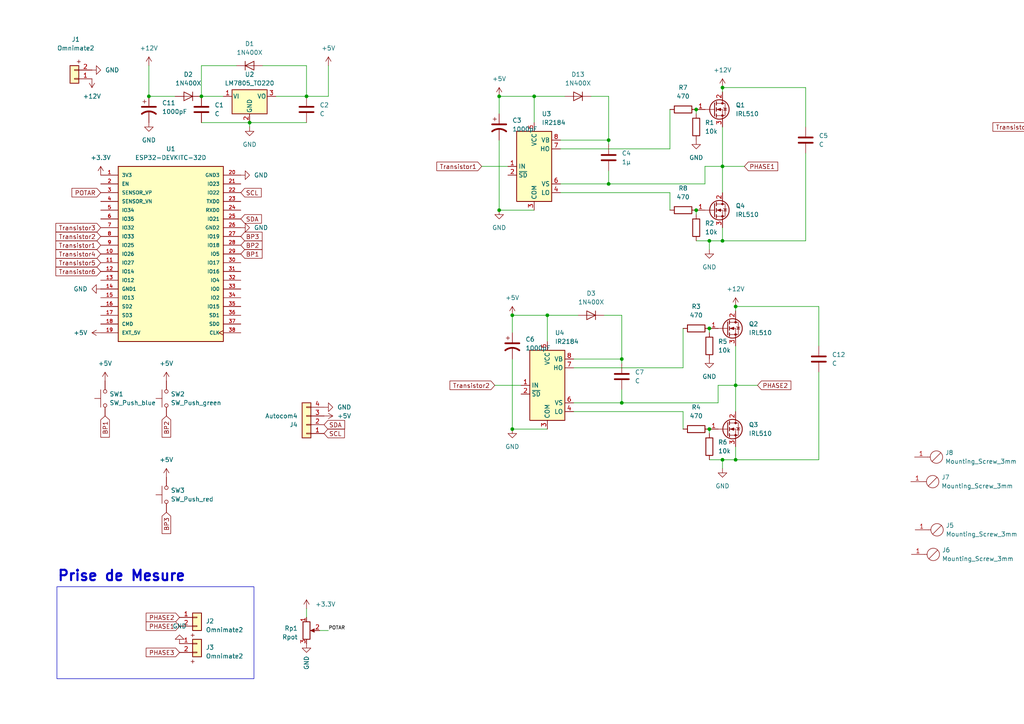
<source format=kicad_sch>
(kicad_sch (version 20230121) (generator eeschema)
  (paper "A4")
  (lib_symbols
    (symbol "Driver_FET:IR2184"
      (property "Reference" "U" (at 1.27 13.335 0))
      (property "Value" "IR2184" (at 1.27 11.43 0))
      (symbol "IR2184_0_1"
        (rectangle (start -5.08 -10.16) (end 5.08 10.16) (stroke (width 0.254)) (fill (type background)))
      )
      (symbol "IR2184_1_1"
        (pin input line (at -7.62 0 0) (length 2.54) (name "IN") (number "1"))
        (pin input line (at -7.62 -2.54 0) (length 2.54) (name "~{SD}") (number "2"))
        (pin power_in line (at 0 -12.7 90) (length 2.54) (name "COM") (number "3"))
        (pin output line (at 7.62 -7.62 180) (length 2.54) (name "LO") (number "4"))
        (pin power_in line (at 0 12.7 270) (length 2.54) (name "VCC") (number "5"))
        (pin passive line (at 7.62 -5.08 180) (length 2.54) (name "VS") (number "6"))
        (pin output line (at 7.62 5.08 180) (length 2.54) (name "HO") (number "7"))
        (pin passive line (at 7.62 7.62 180) (length 2.54) (name "VB") (number "8"))
      )
    )
    (symbol "ESP32-DEVKITC-32D:ESP32-DEVKITC-32D" (pin_names (offset 1.016))
      (property "Reference" "U" (at -15.2654 26.0604 0))
      (property "Value" "ESP32-DEVKITC-32D" (at -15.2654 -27.9654 0))
      (symbol "ESP32-DEVKITC-32D_0_0"
        (rectangle (start -15.24 -25.4) (end 15.24 25.4) (stroke (width 0.254)) (fill (type background)))
        (pin power_in line (at -20.32 22.86 0) (length 5.08) (name "3V3") (number "1"))
        (pin bidirectional line (at -20.32 0 0) (length 5.08) (name "IO26") (number "10"))
        (pin bidirectional line (at -20.32 -2.54 0) (length 5.08) (name "IO27") (number "11"))
        (pin bidirectional line (at -20.32 -5.08 0) (length 5.08) (name "IO14") (number "12"))
        (pin bidirectional line (at -20.32 -7.62 0) (length 5.08) (name "IO12") (number "13"))
        (pin power_in line (at -20.32 -10.16 0) (length 5.08) (name "GND1") (number "14"))
        (pin bidirectional line (at -20.32 -12.7 0) (length 5.08) (name "IO13") (number "15"))
        (pin bidirectional line (at -20.32 -15.24 0) (length 5.08) (name "SD2") (number "16"))
        (pin bidirectional line (at -20.32 -17.78 0) (length 5.08) (name "SD3") (number "17"))
        (pin bidirectional line (at -20.32 -20.32 0) (length 5.08) (name "CMD") (number "18"))
        (pin power_in line (at -20.32 -22.86 0) (length 5.08) (name "EXT_5V") (number "19"))
        (pin input line (at -20.32 20.32 0) (length 5.08) (name "EN") (number "2"))
        (pin power_in line (at 20.32 22.86 180) (length 5.08) (name "GND3") (number "20"))
        (pin bidirectional line (at 20.32 20.32 180) (length 5.08) (name "IO23") (number "21"))
        (pin bidirectional line (at 20.32 17.78 180) (length 5.08) (name "IO22") (number "22"))
        (pin output line (at 20.32 15.24 180) (length 5.08) (name "TXD0") (number "23"))
        (pin input line (at 20.32 12.7 180) (length 5.08) (name "RXD0") (number "24"))
        (pin bidirectional line (at 20.32 10.16 180) (length 5.08) (name "IO21") (number "25"))
        (pin power_in line (at 20.32 7.62 180) (length 5.08) (name "GND2") (number "26"))
        (pin bidirectional line (at 20.32 5.08 180) (length 5.08) (name "IO19") (number "27"))
        (pin bidirectional line (at 20.32 2.54 180) (length 5.08) (name "IO18") (number "28"))
        (pin bidirectional line (at 20.32 0 180) (length 5.08) (name "IO5") (number "29"))
        (pin input line (at -20.32 17.78 0) (length 5.08) (name "SENSOR_VP") (number "3"))
        (pin bidirectional line (at 20.32 -2.54 180) (length 5.08) (name "IO17") (number "30"))
        (pin bidirectional line (at 20.32 -5.08 180) (length 5.08) (name "IO16") (number "31"))
        (pin bidirectional line (at 20.32 -7.62 180) (length 5.08) (name "IO4") (number "32"))
        (pin bidirectional line (at 20.32 -10.16 180) (length 5.08) (name "IO0") (number "33"))
        (pin bidirectional line (at 20.32 -12.7 180) (length 5.08) (name "IO2") (number "34"))
        (pin bidirectional line (at 20.32 -15.24 180) (length 5.08) (name "IO15") (number "35"))
        (pin bidirectional line (at 20.32 -17.78 180) (length 5.08) (name "SD1") (number "36"))
        (pin bidirectional line (at 20.32 -20.32 180) (length 5.08) (name "SD0") (number "37"))
        (pin input clock (at 20.32 -22.86 180) (length 5.08) (name "CLK") (number "38"))
        (pin input line (at -20.32 15.24 0) (length 5.08) (name "SENSOR_VN") (number "4"))
        (pin bidirectional line (at -20.32 12.7 0) (length 5.08) (name "IO34") (number "5"))
        (pin bidirectional line (at -20.32 10.16 0) (length 5.08) (name "IO35") (number "6"))
        (pin bidirectional line (at -20.32 7.62 0) (length 5.08) (name "IO32") (number "7"))
        (pin bidirectional line (at -20.32 5.08 0) (length 5.08) (name "IO33") (number "8"))
        (pin bidirectional line (at -20.32 2.54 0) (length 5.08) (name "IO25") (number "9"))
      )
    )
    (symbol "SymbGamelGe2_v6:1N400X" (pin_numbers hide) (pin_names (offset 1.016) hide)
      (property "Reference" "D" (at 0 2.54 0))
      (property "Value" "1N400X" (at 0 -2.54 0))
      (symbol "1N400X_0_1"
        (polyline (pts (xy -1.27 1.27) (xy -1.27 -1.27)) (stroke (width 0.2032)))
        (polyline (pts (xy 1.27 0) (xy -1.27 0)))
        (polyline (pts (xy 1.27 1.27) (xy 1.27 -1.27) (xy -1.27 0) (xy 1.27 1.27)) (stroke (width 0.2032)))
      )
      (symbol "1N400X_1_1"
        (pin passive line (at -3.81 0 0) (length 2.54) (name "K") (number "1"))
        (pin passive line (at 3.81 0 180) (length 2.54) (name "A") (number "2"))
      )
    )
    (symbol "SymbGamelGe2_v6:Autocom4" (pin_names (offset 1.016) hide)
      (property "Reference" "J" (at 0 5.08 0))
      (property "Value" "Autocom4" (at 0 -7.62 0))
      (symbol "Autocom4_1_1"
        (rectangle (start -1.27 -4.953) (end 0 -5.207) (stroke (width 0.1524)))
        (rectangle (start -1.27 -2.413) (end 0 -2.667) (stroke (width 0.1524)))
        (rectangle (start -1.27 0.127) (end 0 -0.127) (stroke (width 0.1524)))
        (rectangle (start -1.27 2.667) (end 0 2.413) (stroke (width 0.1524)))
        (rectangle (start -1.27 3.81) (end 1.27 -6.35) (stroke (width 0.254)) (fill (type background)))
        (pin passive line (at -5.08 2.54 0) (length 3.81) (name "Pin_1") (number "1"))
        (pin passive line (at -5.08 0 0) (length 3.81) (name "Pin_2") (number "2"))
        (pin passive line (at -5.08 -2.54 0) (length 3.81) (name "Pin_3") (number "3"))
        (pin passive line (at -5.08 -5.08 0) (length 3.81) (name "Pin_4") (number "4"))
      )
    )
    (symbol "SymbGamelGe2_v6:C" (pin_numbers hide) (pin_names (offset 0.254))
      (property "Reference" "C" (at 0.635 2.54 0))
      (property "Value" "C" (at 0.635 -2.54 0))
      (symbol "C_0_1"
        (polyline (pts (xy -2.032 -0.762) (xy 2.032 -0.762)) (stroke (width 0.508)))
        (polyline (pts (xy -2.032 0.762) (xy 2.032 0.762)) (stroke (width 0.508)))
      )
      (symbol "C_1_1"
        (pin passive line (at 0 3.81 270) (length 2.794) (name "~") (number "1"))
        (pin passive line (at 0 -3.81 90) (length 2.794) (name "~") (number "2"))
      )
    )
    (symbol "SymbGamelGe2_v6:Cp" (pin_numbers hide) (pin_names (offset 0.254) hide)
      (property "Reference" "C" (at 0.635 2.54 0))
      (property "Value" "Cp" (at 0.635 -2.54 0))
      (symbol "Cp_0_1"
        (polyline (pts (xy -2.032 0.762) (xy 2.032 0.762)) (stroke (width 0.508)))
        (polyline (pts (xy -1.778 2.286) (xy -0.762 2.286)))
        (polyline (pts (xy -1.27 1.778) (xy -1.27 2.794)))
        (arc (start 2.032 -1.27) (mid 0 -0.5572) (end -2.032 -1.27) (stroke (width 0.508)))
      )
      (symbol "Cp_1_1"
        (pin passive line (at 0 3.81 270) (length 2.794) (name "~") (number "1"))
        (pin passive line (at 0 -3.81 90) (length 3.302) (name "~") (number "2"))
      )
    )
    (symbol "SymbGamelGe2_v6:IRL510" (pin_names (offset 0) hide)
      (property "Reference" "Q" (at 6.35 1.905 0))
      (property "Value" "IRL510" (at 6.35 0 0))
      (symbol "IRL510_0_1"
        (polyline (pts (xy 0.254 0) (xy -2.54 0)))
        (polyline (pts (xy 0.762 -1.778) (xy 2.54 -1.778)))
        (polyline (pts (xy 0.762 -1.27) (xy 0.762 -2.286)) (stroke (width 0.254)))
        (polyline (pts (xy 0.762 0) (xy 2.54 0)))
        (polyline (pts (xy 0.762 0.508) (xy 0.762 -0.508)) (stroke (width 0.254)))
        (polyline (pts (xy 0.762 1.778) (xy 2.54 1.778)))
        (polyline (pts (xy 0.762 2.286) (xy 0.762 1.27)) (stroke (width 0.254)))
        (polyline (pts (xy 2.54 -1.778) (xy 2.54 -2.54)))
        (polyline (pts (xy 2.54 -1.778) (xy 2.54 0)))
        (polyline (pts (xy 2.54 2.54) (xy 2.54 1.778)))
        (polyline (pts (xy 0.254 1.905) (xy 0.254 -1.905) (xy 0.254 -1.905)) (stroke (width 0.254)))
        (polyline (pts (xy 1.016 0) (xy 2.032 0.381) (xy 2.032 -0.381) (xy 1.016 0)) (fill (type outline)))
        (polyline (pts (xy 2.54 -1.778) (xy 3.302 -1.778) (xy 3.302 1.778) (xy 2.54 1.778)))
        (polyline (pts (xy 2.794 0.508) (xy 2.921 0.381) (xy 3.683 0.381) (xy 3.81 0.254)))
        (polyline (pts (xy 3.302 0.381) (xy 2.921 -0.254) (xy 3.683 -0.254) (xy 3.302 0.381)))
        (circle (center 1.651 0) (radius 2.8194) (stroke (width 0.254)))
        (circle (center 2.54 -1.778) (radius 0.2794) (fill (type outline)))
        (circle (center 2.54 1.778) (radius 0.2794) (fill (type outline)))
      )
      (symbol "IRL510_1_1"
        (pin input line (at -5.08 0 0) (length 2.54) (name "G") (number "1"))
        (pin passive line (at 2.54 5.08 270) (length 2.54) (name "D") (number "2"))
        (pin passive line (at 2.54 -5.08 90) (length 2.54) (name "S") (number "3"))
      )
    )
    (symbol "SymbGamelGe2_v6:LM7805_TO220" (pin_names (offset 0.254))
      (property "Reference" "U" (at -3.81 3.175 0))
      (property "Value" "LM7805_TO220" (at 0 3.175 0))
      (symbol "LM7805_TO220_0_1"
        (rectangle (start -5.08 1.905) (end 5.08 -5.08) (stroke (width 0.254)) (fill (type background)))
      )
      (symbol "LM7805_TO220_1_1"
        (pin power_in line (at -7.62 0 0) (length 2.54) (name "VI") (number "1"))
        (pin power_in line (at 0 -7.62 90) (length 2.54) (name "GND") (number "2"))
        (pin power_out line (at 7.62 0 180) (length 2.54) (name "VO") (number "3"))
      )
    )
    (symbol "SymbGamelGe2_v6:Mounting_Screw_3mm" (pin_names (offset 1.016) hide)
      (property "Reference" "J" (at 0 2.54 0))
      (property "Value" "Mounting_Screw_3mm" (at 1.27 -2.54 0))
      (symbol "Mounting_Screw_3mm_0_1"
        (polyline (pts (xy 0 -1.27) (xy 2.54 1.27)))
        (circle (center 1.27 0) (radius 1.8034))
      )
      (symbol "Mounting_Screw_3mm_1_1"
        (polyline (pts (xy -1.27 0) (xy -0.508 0)) (stroke (width 0.1524)))
        (pin passive line (at -5.08 0 0) (length 3.81) (name "Pin_1") (number "1"))
      )
    )
    (symbol "SymbGamelGe2_v6:Omnimate2" (pin_names (offset 1.016) hide)
      (property "Reference" "J" (at -1.27 2.54 0))
      (property "Value" "Omnimate2" (at 0 -5.08 0))
      (symbol "Omnimate2_0_0"
        (text "+" (at 1.27 2.54 0) (effects (font (size 1.27 1.27))))
      )
      (symbol "Omnimate2_1_1"
        (rectangle (start -1.27 1.27) (end 1.27 -3.81) (stroke (width 0.254)) (fill (type background)))
        (rectangle (start 0 -2.413) (end 1.27 -2.667) (stroke (width 0.1524)))
        (rectangle (start 0 0.127) (end 1.27 -0.127) (stroke (width 0.1524)))
        (pin passive line (at 5.08 -2.54 180) (length 3.81) (name "Pin_1") (number "1"))
        (pin passive line (at 5.08 0 180) (length 3.81) (name "Pin_2") (number "2"))
      )
    )
    (symbol "SymbGamelGe2_v6:R" (pin_numbers hide) (pin_names (offset 0))
      (property "Reference" "R" (at 2.032 0 90))
      (property "Value" "R" (at 0 0 90))
      (symbol "R_0_1"
        (rectangle (start -1.016 -2.54) (end 1.016 2.54) (stroke (width 0.254)))
      )
      (symbol "R_1_1"
        (pin passive line (at 0 3.81 270) (length 1.27) (name "~") (number "1"))
        (pin passive line (at 0 -3.81 90) (length 1.27) (name "~") (number "2"))
      )
    )
    (symbol "SymbGamelGe2_v6:Rpot" (pin_names (offset 1.016) hide)
      (property "Reference" "Rp" (at -4.445 0 90))
      (property "Value" "Rpot" (at -2.54 0 90))
      (symbol "Rpot_0_1"
        (polyline (pts (xy 2.54 0) (xy 1.524 0)))
        (polyline (pts (xy 1.143 0) (xy 2.286 0.508) (xy 2.286 -0.508) (xy 1.143 0)) (fill (type outline)))
        (rectangle (start 1.016 2.54) (end -1.016 -2.54) (stroke (width 0.254)))
      )
      (symbol "Rpot_1_1"
        (pin passive line (at 0 3.81 270) (length 1.27) (name "1") (number "1"))
        (pin passive line (at 3.81 0 180) (length 1.27) (name "2") (number "2"))
        (pin passive line (at 0 -3.81 90) (length 1.27) (name "3") (number "3"))
      )
    )
    (symbol "SymbGamelGe2_v6:SW_Push_blue" (pin_numbers hide) (pin_names (offset 1.016) hide)
      (property "Reference" "SW" (at 1.27 2.54 0))
      (property "Value" "SW_Push_blue" (at 0 -1.524 0))
      (symbol "SW_Push_blue_0_1"
        (circle (center -2.032 0) (radius 0.508))
        (polyline (pts (xy 0 1.27) (xy 0 3.048)))
        (polyline (pts (xy 2.54 1.27) (xy -2.54 1.27)))
        (circle (center 2.032 0) (radius 0.508))
        (pin passive line (at -5.08 0 0) (length 2.54) (name "1") (number "1"))
        (pin passive line (at 5.08 0 180) (length 2.54) (name "2") (number "2"))
      )
    )
    (symbol "SymbGamelGe2_v6:SW_Push_green" (pin_numbers hide) (pin_names (offset 1.016) hide)
      (property "Reference" "SW" (at 1.27 2.54 0))
      (property "Value" "SW_Push_green" (at 0 -1.524 0))
      (symbol "SW_Push_green_0_1"
        (circle (center -2.032 0) (radius 0.508))
        (polyline (pts (xy 0 1.27) (xy 0 3.048)))
        (polyline (pts (xy 2.54 1.27) (xy -2.54 1.27)))
        (circle (center 2.032 0) (radius 0.508))
        (pin passive line (at -5.08 0 0) (length 2.54) (name "1") (number "1"))
        (pin passive line (at 5.08 0 180) (length 2.54) (name "2") (number "2"))
      )
    )
    (symbol "SymbGamelGe2_v6:SW_Push_red" (pin_numbers hide) (pin_names (offset 1.016) hide)
      (property "Reference" "SW" (at 1.27 2.54 0))
      (property "Value" "SW_Push_red" (at 0 -1.524 0))
      (symbol "SW_Push_red_0_1"
        (circle (center -2.032 0) (radius 0.508))
        (polyline (pts (xy 0 1.27) (xy 0 3.048)))
        (polyline (pts (xy 2.54 1.27) (xy -2.54 1.27)))
        (circle (center 2.032 0) (radius 0.508))
        (pin passive line (at -5.08 0 0) (length 2.54) (name "1") (number "1"))
        (pin passive line (at 5.08 0 180) (length 2.54) (name "2") (number "2"))
      )
    )
    (symbol "power:+12V" (power) (pin_names (offset 0))
      (property "Value" "+12V" (at 0 3.556 0))
      (symbol "+12V_0_1"
        (polyline (pts (xy -0.762 1.27) (xy 0 2.54)))
        (polyline (pts (xy 0 0) (xy 0 2.54)))
        (polyline (pts (xy 0 2.54) (xy 0.762 1.27)))
      )
      (symbol "+12V_1_1"
        (pin power_in line (at 0 0 90) (length 0) hide (name "+12V") (number "1"))
      )
    )
    (symbol "power:+3.3V" (power) (pin_names (offset 0))
      (property "Value" "+3.3V" (at 0 3.556 0))
      (symbol "+3.3V_0_1"
        (polyline (pts (xy -0.762 1.27) (xy 0 2.54)))
        (polyline (pts (xy 0 0) (xy 0 2.54)))
        (polyline (pts (xy 0 2.54) (xy 0.762 1.27)))
      )
      (symbol "+3.3V_1_1"
        (pin power_in line (at 0 0 90) (length 0) hide (name "+3.3V") (number "1"))
      )
    )
    (symbol "power:+5V" (power) (pin_names (offset 0))
      (property "Value" "+5V" (at 0 3.556 0))
      (symbol "+5V_0_1"
        (polyline (pts (xy -0.762 1.27) (xy 0 2.54)))
        (polyline (pts (xy 0 0) (xy 0 2.54)))
        (polyline (pts (xy 0 2.54) (xy 0.762 1.27)))
      )
      (symbol "+5V_1_1"
        (pin power_in line (at 0 0 90) (length 0) hide (name "+5V") (number "1"))
      )
    )
    (symbol "power:GND" (power) (pin_names (offset 0))
      (property "Value" "GND" (at 0 -3.81 0))
      (symbol "GND_0_1"
        (polyline (pts (xy 0 0) (xy 0 -1.27) (xy 1.27 -1.27) (xy 0 -2.54) (xy -1.27 -1.27) (xy 0 -1.27)))
      )
      (symbol "GND_1_1"
        (pin power_in line (at 0 0 270) (length 0) hide (name "GND") (number "1"))
      )
    )
  )
  (junction (at 205.74 95.25))
  (junction (at 205.74 124.46))
  (junction (at 370.84 13.97))
  (junction (at 337.82 29.21))
  (junction (at 213.36 111.76))
  (junction (at 205.74 69.85))
  (junction (at 180.34 104.14))
  (junction (at 209.55 48.26))
  (junction (at 201.93 60.96))
  (junction (at 306.07 49.53))
  (junction (at 158.75 91.44))
  (junction (at 148.59 124.46))
  (junction (at 337.82 41.91))
  (junction (at 58.42 27.94))
  (junction (at 88.9 27.94))
  (junction (at 209.55 133.35))
  (junction (at 144.78 60.96))
  (junction (at 176.53 40.64))
  (junction (at 367.03 58.42))
  (junction (at 144.78 27.94))
  (junction (at 209.55 25.4))
  (junction (at 370.84 58.42))
  (junction (at 154.94 27.94))
  (junction (at 72.39 35.56))
  (junction (at 363.22 20.32))
  (junction (at 209.55 69.85))
  (junction (at 176.53 53.34))
  (junction (at 201.93 31.75))
  (junction (at 363.22 49.53))
  (junction (at 180.34 116.84))
  (junction (at 316.23 16.51))
  (junction (at 43.18 27.94))
  (junction (at 213.36 133.35))
  (junction (at 306.07 16.51))
  (junction (at 148.59 91.44))
  (junction (at 370.84 36.83))
  (junction (at 213.36 88.9))
  (wire (pts (xy 365.76 41.91) (xy 365.76 36.83)))
  (wire (pts (xy 176.53 27.94) (xy 176.53 40.64)))
  (wire (pts (xy 370.84 25.4) (xy 370.84 36.83)))
  (wire (pts (xy 337.82 41.91) (xy 365.76 41.91)))
  (wire (pts (xy 148.59 104.14) (xy 148.59 124.46)))
  (wire (pts (xy 370.84 13.97) (xy 370.84 15.24)))
  (wire (pts (xy 325.12 16.51) (xy 316.23 16.51)))
  (wire (pts (xy 180.34 113.03) (xy 180.34 116.84)))
  (wire (pts (xy 213.36 111.76) (xy 219.71 111.76)))
  (wire (pts (xy 171.45 27.94) (xy 176.53 27.94)))
  (wire (pts (xy 370.84 36.83) (xy 378.46 36.83)))
  (wire (pts (xy 175.26 91.44) (xy 180.34 91.44)))
  (wire (pts (xy 180.34 116.84) (xy 208.28 116.84)))
  (wire (pts (xy 180.34 116.84) (xy 166.37 116.84)))
  (wire (pts (xy 306.07 16.51) (xy 316.23 16.51)))
  (wire (pts (xy 367.03 58.42) (xy 370.84 58.42)))
  (wire (pts (xy 88.9 27.94) (xy 95.25 27.94)))
  (wire (pts (xy 148.59 91.44) (xy 158.75 91.44)))
  (wire (pts (xy 205.74 96.52) (xy 205.74 95.25)))
  (wire (pts (xy 323.85 29.21) (xy 337.82 29.21)))
  (wire (pts (xy 394.97 25.4) (xy 394.97 13.97)))
  (wire (pts (xy 306.07 29.21) (xy 306.07 49.53)))
  (wire (pts (xy 316.23 24.13) (xy 316.23 16.51)))
  (wire (pts (xy 162.56 55.88) (xy 194.31 55.88)))
  (wire (pts (xy 209.55 48.26) (xy 215.9 48.26)))
  (wire (pts (xy 209.55 25.4) (xy 209.55 26.67)))
  (wire (pts (xy 180.34 91.44) (xy 180.34 104.14)))
  (wire (pts (xy 337.82 41.91) (xy 323.85 41.91)))
  (wire (pts (xy 68.58 19.05) (xy 58.42 19.05)))
  (wire (pts (xy 237.49 107.95) (xy 237.49 133.35)))
  (wire (pts (xy 233.68 36.83) (xy 233.68 25.4)))
  (wire (pts (xy 355.6 44.45) (xy 355.6 49.53)))
  (wire (pts (xy 139.7 48.26) (xy 147.32 48.26)))
  (wire (pts (xy 201.93 62.23) (xy 201.93 60.96)))
  (wire (pts (xy 213.36 88.9) (xy 213.36 90.17)))
  (wire (pts (xy 323.85 31.75) (xy 355.6 31.75)))
  (wire (pts (xy 176.53 53.34) (xy 162.56 53.34)))
  (wire (pts (xy 167.64 91.44) (xy 158.75 91.44)))
  (wire (pts (xy 163.83 27.94) (xy 154.94 27.94)))
  (wire (pts (xy 76.2 19.05) (xy 88.9 19.05)))
  (wire (pts (xy 58.42 35.56) (xy 72.39 35.56)))
  (wire (pts (xy 205.74 72.39) (xy 205.74 69.85)))
  (wire (pts (xy 394.97 33.02) (xy 394.97 58.42)))
  (wire (pts (xy 370.84 58.42) (xy 370.84 54.61)))
  (wire (pts (xy 58.42 19.05) (xy 58.42 27.94)))
  (wire (pts (xy 43.18 19.05) (xy 43.18 27.94)))
  (wire (pts (xy 209.55 48.26) (xy 209.55 55.88)))
  (wire (pts (xy 237.49 88.9) (xy 213.36 88.9)))
  (wire (pts (xy 209.55 69.85) (xy 209.55 66.04)))
  (wire (pts (xy 205.74 125.73) (xy 205.74 124.46)))
  (wire (pts (xy 58.42 27.94) (xy 64.77 27.94)))
  (wire (pts (xy 367.03 60.96) (xy 367.03 58.42)))
  (wire (pts (xy 176.53 40.64) (xy 176.53 41.91)))
  (wire (pts (xy 300.99 36.83) (xy 308.61 36.83)))
  (wire (pts (xy 209.55 135.89) (xy 209.55 133.35)))
  (wire (pts (xy 88.9 176.53) (xy 88.9 179.07)))
  (wire (pts (xy 201.93 33.02) (xy 201.93 31.75)))
  (wire (pts (xy 176.53 49.53) (xy 176.53 53.34)))
  (wire (pts (xy 370.84 36.83) (xy 370.84 44.45)))
  (wire (pts (xy 208.28 116.84) (xy 208.28 111.76)))
  (wire (pts (xy 363.22 50.8) (xy 363.22 49.53)))
  (wire (pts (xy 154.94 35.56) (xy 154.94 27.94)))
  (wire (pts (xy 306.07 49.53) (xy 316.23 49.53)))
  (wire (pts (xy 204.47 48.26) (xy 209.55 48.26)))
  (wire (pts (xy 88.9 27.94) (xy 80.01 27.94)))
  (wire (pts (xy 166.37 119.38) (xy 198.12 119.38)))
  (wire (pts (xy 337.82 38.1) (xy 337.82 41.91)))
  (wire (pts (xy 355.6 31.75) (xy 355.6 20.32)))
  (wire (pts (xy 213.36 111.76) (xy 213.36 119.38)))
  (wire (pts (xy 337.82 29.21) (xy 337.82 30.48)))
  (wire (pts (xy 72.39 35.56) (xy 88.9 35.56)))
  (wire (pts (xy 144.78 40.64) (xy 144.78 60.96)))
  (wire (pts (xy 198.12 119.38) (xy 198.12 124.46)))
  (wire (pts (xy 208.28 111.76) (xy 213.36 111.76)))
  (wire (pts (xy 205.74 69.85) (xy 209.55 69.85)))
  (wire (pts (xy 176.53 53.34) (xy 204.47 53.34)))
  (wire (pts (xy 237.49 100.33) (xy 237.49 88.9)))
  (wire (pts (xy 332.74 16.51) (xy 337.82 16.51)))
  (wire (pts (xy 194.31 43.18) (xy 194.31 31.75)))
  (wire (pts (xy 213.36 133.35) (xy 213.36 129.54)))
  (wire (pts (xy 95.25 27.94) (xy 95.25 19.05)))
  (wire (pts (xy 209.55 133.35) (xy 213.36 133.35)))
  (wire (pts (xy 148.59 96.52) (xy 148.59 91.44)))
  (wire (pts (xy 144.78 33.02) (xy 144.78 27.94)))
  (wire (pts (xy 88.9 19.05) (xy 88.9 27.94)))
  (wire (pts (xy 323.85 44.45) (xy 355.6 44.45)))
  (wire (pts (xy 166.37 104.14) (xy 180.34 104.14)))
  (wire (pts (xy 198.12 106.68) (xy 198.12 95.25)))
  (wire (pts (xy 95.25 182.88) (xy 92.71 182.88)))
  (wire (pts (xy 162.56 43.18) (xy 194.31 43.18)))
  (wire (pts (xy 233.68 69.85) (xy 209.55 69.85)))
  (wire (pts (xy 233.68 25.4) (xy 209.55 25.4)))
  (wire (pts (xy 209.55 36.83) (xy 209.55 48.26)))
  (wire (pts (xy 143.51 111.76) (xy 151.13 111.76)))
  (wire (pts (xy 363.22 21.59) (xy 363.22 20.32)))
  (wire (pts (xy 43.18 27.94) (xy 50.8 27.94)))
  (wire (pts (xy 180.34 104.14) (xy 180.34 105.41)))
  (wire (pts (xy 72.39 36.83) (xy 72.39 35.56)))
  (wire (pts (xy 166.37 106.68) (xy 198.12 106.68)))
  (wire (pts (xy 365.76 36.83) (xy 370.84 36.83)))
  (wire (pts (xy 306.07 21.59) (xy 306.07 16.51)))
  (wire (pts (xy 148.59 124.46) (xy 158.75 124.46)))
  (wire (pts (xy 337.82 16.51) (xy 337.82 29.21)))
  (wire (pts (xy 237.49 133.35) (xy 213.36 133.35)))
  (wire (pts (xy 205.74 133.35) (xy 209.55 133.35)))
  (wire (pts (xy 158.75 99.06) (xy 158.75 91.44)))
  (wire (pts (xy 233.68 44.45) (xy 233.68 69.85)))
  (wire (pts (xy 162.56 40.64) (xy 176.53 40.64)))
  (wire (pts (xy 144.78 60.96) (xy 154.94 60.96)))
  (wire (pts (xy 144.78 27.94) (xy 154.94 27.94)))
  (wire (pts (xy 201.93 69.85) (xy 205.74 69.85)))
  (wire (pts (xy 204.47 53.34) (xy 204.47 48.26)))
  (wire (pts (xy 213.36 100.33) (xy 213.36 111.76)))
  (wire (pts (xy 363.22 58.42) (xy 367.03 58.42)))
  (wire (pts (xy 194.31 55.88) (xy 194.31 60.96)))
  (wire (pts (xy 394.97 13.97) (xy 370.84 13.97)))
  (wire (pts (xy 394.97 58.42) (xy 370.84 58.42)))
  (rectangle (start 16.51 170.18) (end 73.66 196.85))
  (text "Prise de Mesure\n" (at 16.51 168.91 0) (effects (font (size 3 3) bold) (justify left bottom)))
  (label "POTAR" (at 95.25 182.88 0) (effects (font (size 1 1))))
  (global_label "Transistor3" (shape input) (at 29.21 66.04 180) (property "Intersheetrefs" "${INTERSHEET_REFS}" (effects hide)))
  (global_label "BP3" (shape input) (at 69.85 68.58 0) (property "Intersheetrefs" "${INTERSHEET_REFS}" (effects hide)))
  (global_label "PHASE1" (shape input) (at 215.9 48.26 0) (property "Intersheetrefs" "${INTERSHEET_REFS}" (effects hide)))
  (global_label "Transistor2" (shape input) (at 29.21 68.58 180) (property "Intersheetrefs" "${INTERSHEET_REFS}" (effects hide)))
  (global_label "Transistor6" (shape input) (at 29.21 78.74 180) (property "Intersheetrefs" "${INTERSHEET_REFS}" (effects hide)))
  (global_label "BP3" (shape input) (at 48.26 148.59 270) (property "Intersheetrefs" "${INTERSHEET_REFS}" (effects hide)))
  (global_label "BP2" (shape input) (at 69.85 71.12 0) (property "Intersheetrefs" "${INTERSHEET_REFS}" (effects hide)))
  (global_label "SDA" (shape input) (at 69.85 63.5 0) (property "Intersheetrefs" "${INTERSHEET_REFS}" (effects hide)))
  (global_label "Transistor3" (shape input) (at 300.99 36.83 180) (property "Intersheetrefs" "${INTERSHEET_REFS}" (effects hide)))
  (global_label "PHASE1" (shape input) (at 52.07 181.61 180) (property "Intersheetrefs" "${INTERSHEET_REFS}" (effects hide)))
  (global_label "Transistor1" (shape input) (at 29.21 71.12 180) (property "Intersheetrefs" "${INTERSHEET_REFS}" (effects hide)))
  (global_label "SDA" (shape input) (at 93.98 123.19 0) (property "Intersheetrefs" "${INTERSHEET_REFS}" (effects hide)))
  (global_label "SCL" (shape input) (at 69.85 55.88 0) (property "Intersheetrefs" "${INTERSHEET_REFS}" (effects hide)))
  (global_label "BP2" (shape input) (at 48.26 120.65 270) (property "Intersheetrefs" "${INTERSHEET_REFS}" (effects hide)))
  (global_label "SCL" (shape input) (at 93.98 125.73 0) (property "Intersheetrefs" "${INTERSHEET_REFS}" (effects hide)))
  (global_label "Transistor1" (shape input) (at 139.7 48.26 180) (property "Intersheetrefs" "${INTERSHEET_REFS}" (effects hide)))
  (global_label "Transistor5" (shape input) (at 29.21 76.2 180) (property "Intersheetrefs" "${INTERSHEET_REFS}" (effects hide)))
  (global_label "BP1" (shape input) (at 69.85 73.66 0) (property "Intersheetrefs" "${INTERSHEET_REFS}" (effects hide)))
  (global_label "POTAR" (shape input) (at 29.21 55.88 180) (property "Intersheetrefs" "${INTERSHEET_REFS}" (effects hide)))
  (global_label "Transistor4" (shape input) (at 29.21 73.66 180) (property "Intersheetrefs" "${INTERSHEET_REFS}" (effects hide)))
  (global_label "PHASE2" (shape input) (at 219.71 111.76 0) (property "Intersheetrefs" "${INTERSHEET_REFS}" (effects hide)))
  (global_label "BP1" (shape input) (at 30.48 120.65 270) (property "Intersheetrefs" "${INTERSHEET_REFS}" (effects hide)))
  (global_label "PHASE3" (shape input) (at 52.07 189.23 180) (property "Intersheetrefs" "${INTERSHEET_REFS}" (effects hide)))
  (global_label "Transistor2" (shape input) (at 143.51 111.76 180) (property "Intersheetrefs" "${INTERSHEET_REFS}" (effects hide)))
  (global_label "PHASE3" (shape input) (at 378.46 36.83 0) (property "Intersheetrefs" "${INTERSHEET_REFS}" (effects hide)))
  (global_label "PHASE2" (shape input) (at 52.07 179.07 180) (property "Intersheetrefs" "${INTERSHEET_REFS}" (effects hide)))
  (symbol (lib_id "SymbGamelGe2_v6:LM7805_TO220") (at 72.39 27.94 0) (unit 1)
    (property "Reference" "U2" (at 72.39 21.59 0))
    (property "Value" "LM7805_TO220" (at 72.39 24.13 0))
    (property "Footprint" "FootprintGamelGe2_v6:TO-220-3_Horizontal_TabDown" (effects hide))
    (property "Datasheet" "http://www.fairchildsemi.com/ds/LM/LM7805.pdf" (effects hide))
  )
  (symbol (lib_id "SymbGamelGe2_v6:R") (at 198.12 31.75 90) (unit 1)
    (property "Reference" "R7" (at 198.12 25.4 90))
    (property "Value" "470" (at 198.12 27.94 90))
    (property "Footprint" "FootprintGamelGe2_v6:R_Axial_DIN0207_L6.3mm_D2.5mm_P10.16mm_Horizontal" (effects hide))
  )
  (symbol (lib_id "power:+5V") (at 95.25 19.05 0) (unit 1)
    (property "Reference" "#PWR03" (effects hide))
    (property "Value" "+5V" (at 95.25 13.97 0))
  )
  (symbol (lib_id "SymbGamelGe2_v6:1N400X") (at 171.45 91.44 180) (unit 1)
    (property "Reference" "D3" (at 171.45 85.09 0))
    (property "Value" "1N400X" (at 171.45 87.63 0))
    (property "Footprint" "Diode_THT:D_DO-41_SOD81_P10.16mm_Horizontal" (effects hide))
    (property "Datasheet" "http://www.vishay.com/docs/88503/1n4001.pdf" (effects hide))
  )
  (symbol (lib_id "SymbGamelGe2_v6:C") (at 88.9 31.75 0) (unit 1)
    (property "Reference" "C2" (at 92.71 30.48 0) (effects (justify left)))
    (property "Value" "C" (at 92.71 33.02 0) (effects (justify left)))
    (property "Footprint" "FootprintGamelGe2_v6:C_Rect_L7.0mm_W2.5mm_P5.00mm" (effects hide))
  )
  (symbol (lib_id "SymbGamelGe2_v6:Mounting_Screw_3mm") (at 270.3318 132.5688 0) (unit 1)
    (property "Reference" "J8" (at 274.1418 131.2988 0) (effects (justify left)))
    (property "Value" "Mounting_Screw_3mm" (at 274.1418 133.8388 0) (effects (justify left)))
    (property "Footprint" "FootprintGamelGe2_v6:Mounting_Screw_3mm" (effects hide))
  )
  (symbol (lib_id "power:GND") (at 69.85 66.04 90) (unit 1)
    (property "Reference" "#PWR07" (effects hide))
    (property "Value" "GND" (at 73.66 66.04 90) (effects (justify right)))
  )
  (symbol (lib_id "power:+5V") (at 93.98 120.65 270) (unit 1)
    (property "Reference" "#PWR032" (effects hide))
    (property "Value" "+5V" (at 97.79 120.65 90) (effects (justify left)))
  )
  (symbol (lib_id "SymbGamelGe2_v6:1N400X") (at 72.39 19.05 0) (unit 1)
    (property "Reference" "D1" (at 72.39 12.7 0))
    (property "Value" "1N400X" (at 72.39 15.24 0))
    (property "Footprint" "Diode_THT:D_DO-41_SOD81_P10.16mm_Horizontal" (effects hide))
    (property "Datasheet" "http://www.vishay.com/docs/88503/1n4001.pdf" (effects hide))
  )
  (symbol (lib_id "power:GND") (at 43.18 35.56 0) (unit 1)
    (property "Reference" "#PWR027" (effects hide))
    (property "Value" "GND" (at 43.18 40.64 0))
  )
  (symbol (lib_id "SymbGamelGe2_v6:C") (at 233.68 40.64 0) (unit 1)
    (property "Reference" "C5" (at 237.49 39.37 0) (effects (justify left)))
    (property "Value" "C" (at 237.49 41.91 0) (effects (justify left)))
    (property "Footprint" "FootprintGamelGe2_v6:C_Rect_L19.0mm_W5.0mm_P15.00mm" (effects hide))
  )
  (symbol (lib_id "Driver_FET:IR2184") (at 316.23 36.83 0) (unit 1)
    (property "Reference" "U5" (at 318.4241 21.59 0) (effects (justify left)))
    (property "Value" "IR2184" (at 318.4241 24.13 0) (effects (justify left)))
    (property "Footprint" "FootprintGamelGe2_v6:DIP-8_W7.62mm_LongPads" (effects hide))
    (property "Datasheet" "https://www.infineon.com/dgdl/ir2184.pdf?fileId=5546d462533600a4015355c955e616d4" (effects hide))
  )
  (symbol (lib_id "SymbGamelGe2_v6:Cp") (at 306.07 25.4 0) (unit 1)
    (property "Reference" "C9" (at 309.88 23.495 0) (effects (justify left)))
    (property "Value" "1000pF" (at 309.88 26.035 0) (effects (justify left)))
    (property "Footprint" "FootprintGamelGe2_v6:CP_Radial_D5.0mm_P2.50mm" (effects hide))
  )
  (symbol (lib_id "SymbGamelGe2_v6:1N400X") (at 54.61 27.94 180) (unit 1)
    (property "Reference" "D2" (at 54.61 21.59 0))
    (property "Value" "1N400X" (at 54.61 24.13 0))
    (property "Footprint" "Diode_THT:D_DO-41_SOD81_P10.16mm_Horizontal" (effects hide))
    (property "Datasheet" "http://www.vishay.com/docs/88503/1n4001.pdf" (effects hide))
  )
  (symbol (lib_id "SymbGamelGe2_v6:R") (at 201.93 124.46 90) (unit 1)
    (property "Reference" "R4" (at 201.93 118.11 90))
    (property "Value" "470" (at 201.93 120.65 90))
    (property "Footprint" "FootprintGamelGe2_v6:R_Axial_DIN0207_L6.3mm_D2.5mm_P10.16mm_Horizontal" (effects hide))
  )
  (symbol (lib_id "SymbGamelGe2_v6:R") (at 205.74 100.33 0) (unit 1)
    (property "Reference" "R5" (at 208.28 99.06 0) (effects (justify left)))
    (property "Value" "10k" (at 208.28 101.6 0) (effects (justify left)))
    (property "Footprint" "FootprintGamelGe2_v6:R_Axial_DIN0207_L6.3mm_D2.5mm_P10.16mm_Horizontal" (effects hide))
  )
  (symbol (lib_id "power:GND") (at 144.78 60.96 0) (unit 1)
    (property "Reference" "#PWR024" (effects hide))
    (property "Value" "GND" (at 144.78 66.04 0))
  )
  (symbol (lib_id "SymbGamelGe2_v6:R") (at 359.41 49.53 90) (unit 1)
    (property "Reference" "R10" (at 359.41 43.18 90))
    (property "Value" "470" (at 359.41 45.72 90))
    (property "Footprint" "FootprintGamelGe2_v6:R_Axial_DIN0207_L6.3mm_D2.5mm_P10.16mm_Horizontal" (effects hide))
  )
  (symbol (lib_id "SymbGamelGe2_v6:C") (at 176.53 45.72 0) (unit 1)
    (property "Reference" "C4" (at 180.34 44.45 0) (effects (justify left)))
    (property "Value" "1µ" (at 180.34 46.99 0) (effects (justify left)))
    (property "Footprint" "FootprintGamelGe2_v6:C_Rect_L7.0mm_W2.5mm_P5.00mm" (effects hide))
  )
  (symbol (lib_id "power:+5V") (at 306.07 16.51 0) (unit 1)
    (property "Reference" "#PWR016" (effects hide))
    (property "Value" "+5V" (at 306.07 11.43 0))
  )
  (symbol (lib_id "power:+5V") (at 148.59 91.44 0) (unit 1)
    (property "Reference" "#PWR09" (effects hide))
    (property "Value" "+5V" (at 148.59 86.36 0))
  )
  (symbol (lib_id "power:+5V") (at 48.26 110.49 0) (unit 1)
    (property "Reference" "#PWR029" (effects hide))
    (property "Value" "+5V" (at 48.26 105.41 0))
  )
  (symbol (lib_id "SymbGamelGe2_v6:IRL510") (at 368.3 20.32 0) (unit 1)
    (property "Reference" "Q5" (at 374.65 19.05 0) (effects (justify left)))
    (property "Value" "IRL510" (at 374.65 21.59 0) (effects (justify left)))
    (property "Footprint" "FootprintGamelGe2_v6:TO-220-3_Horizontal_TabDown" (effects hide))
    (property "Datasheet" "https://www.vishay.com/docs/91297/sihl510.pdf" (effects hide))
  )
  (symbol (lib_id "SymbGamelGe2_v6:IRL510") (at 368.3 49.53 0) (unit 1)
    (property "Reference" "Q6" (at 374.65 48.26 0) (effects (justify left)))
    (property "Value" "IRL510" (at 374.65 50.8 0) (effects (justify left)))
    (property "Footprint" "FootprintGamelGe2_v6:TO-220-3_Horizontal_TabDown" (effects hide))
    (property "Datasheet" "https://www.vishay.com/docs/91297/sihl510.pdf" (effects hide))
  )
  (symbol (lib_id "power:GND") (at 26.67 20.32 90) (unit 1)
    (property "Reference" "#PWR014" (effects hide))
    (property "Value" "GND" (at 30.48 20.32 90) (effects (justify right)))
  )
  (symbol (lib_id "power:GND") (at 88.9 186.69 0) (unit 1)
    (property "Reference" "#PWR034" (effects hide))
    (property "Value" "GND" (at 88.9 194.31 90) (effects (justify left)))
  )
  (symbol (lib_id "power:GND") (at 367.03 60.96 0) (unit 1)
    (property "Reference" "#PWR019" (effects hide))
    (property "Value" "GND" (at 367.03 66.04 0))
  )
  (symbol (lib_id "SymbGamelGe2_v6:Autocom4") (at 88.9 123.19 180) (unit 1)
    (property "Reference" "J4" (at 86.36 123.19 0) (effects (justify left)))
    (property "Value" "Autocom4" (at 86.36 120.65 0) (effects (justify left)))
    (property "Footprint" "Connector_PinHeader_2.00mm:PinHeader_1x04_P2.00mm_Vertical" (effects hide))
  )
  (symbol (lib_id "SymbGamelGe2_v6:Omnimate2") (at 57.15 181.61 180) (unit 1)
    (property "Reference" "J2" (at 59.69 180.1523 0) (effects (justify right)))
    (property "Value" "Omnimate2" (at 59.69 182.6923 0) (effects (justify right)))
    (property "Footprint" "FootprintGamelGe2_v6:OmnimateSL-5,08_1x02_P5.08mm_Vertical" (effects hide))
  )
  (symbol (lib_id "SymbGamelGe2_v6:IRL510") (at 210.82 124.46 0) (unit 1)
    (property "Reference" "Q3" (at 217.17 123.19 0) (effects (justify left)))
    (property "Value" "IRL510" (at 217.17 125.73 0) (effects (justify left)))
    (property "Footprint" "FootprintGamelGe2_v6:TO-220-3_Horizontal_TabDown" (effects hide))
    (property "Datasheet" "https://www.vishay.com/docs/91297/sihl510.pdf" (effects hide))
  )
  (symbol (lib_id "SymbGamelGe2_v6:Omnimate2") (at 21.59 20.32 0) (unit 1)
    (property "Reference" "J1" (at 21.9752 11.43 0))
    (property "Value" "Omnimate2" (at 21.9752 13.97 0))
    (property "Footprint" "FootprintGamelGe2_v6:OmnimateSL-5,08_1x02_P5.08mm_Vertical" (effects hide))
  )
  (symbol (lib_id "power:+12V") (at 370.84 13.97 0) (unit 1)
    (property "Reference" "#PWR020" (effects hide))
    (property "Value" "+12V" (at 370.84 8.89 0))
  )
  (symbol (lib_id "SymbGamelGe2_v6:SW_Push_green") (at 48.26 115.57 90) (unit 1)
    (property "Reference" "SW2" (at 49.53 114.3 90) (effects (justify right)))
    (property "Value" "SW_Push_green" (at 49.53 116.84 90) (effects (justify right)))
    (property "Footprint" "FootprintGamelGe2_v6:SW_PUSH_5mm_green" (effects hide))
  )
  (symbol (lib_id "SymbGamelGe2_v6:1N400X") (at 328.93 16.51 180) (unit 1)
    (property "Reference" "D4" (at 328.93 10.16 0))
    (property "Value" "1N400X" (at 328.93 12.7 0))
    (property "Footprint" "Diode_THT:D_DO-41_SOD81_P10.16mm_Horizontal" (effects hide))
    (property "Datasheet" "http://www.vishay.com/docs/88503/1n4001.pdf" (effects hide))
  )
  (symbol (lib_id "SymbGamelGe2_v6:C") (at 394.97 29.21 0) (unit 1)
    (property "Reference" "C8" (at 398.78 27.94 0) (effects (justify left)))
    (property "Value" "C" (at 398.78 30.48 0) (effects (justify left)))
    (property "Footprint" "FootprintGamelGe2_v6:C_Rect_L19.0mm_W5.0mm_P15.00mm" (effects hide))
  )
  (symbol (lib_id "power:+12V") (at 209.55 25.4 0) (unit 1)
    (property "Reference" "#PWR015" (effects hide))
    (property "Value" "+12V" (at 209.55 20.32 0))
  )
  (symbol (lib_id "SymbGamelGe2_v6:SW_Push_red") (at 48.26 143.51 90) (unit 1)
    (property "Reference" "SW3" (at 49.53 142.24 90) (effects (justify right)))
    (property "Value" "SW_Push_red" (at 49.53 144.78 90) (effects (justify right)))
    (property "Footprint" "FootprintGamelGe2_v6:SW_PUSH_5mm_red" (effects hide))
  )
  (symbol (lib_id "SymbGamelGe2_v6:Mounting_Screw_3mm") (at 270.51 153.67 0) (unit 1)
    (property "Reference" "J5" (at 274.32 152.4 0) (effects (justify left)))
    (property "Value" "Mounting_Screw_3mm" (at 274.32 154.94 0) (effects (justify left)))
    (property "Footprint" "FootprintGamelGe2_v6:Mounting_Screw_3mm" (effects hide))
  )
  (symbol (lib_id "power:GND") (at 93.98 118.11 90) (unit 1)
    (property "Reference" "#PWR031" (effects hide))
    (property "Value" "GND" (at 97.79 118.11 90) (effects (justify right)))
  )
  (symbol (lib_id "Driver_FET:IR2184") (at 158.75 111.76 0) (unit 1)
    (property "Reference" "U4" (at 160.9441 96.52 0) (effects (justify left)))
    (property "Value" "IR2184" (at 160.9441 99.06 0) (effects (justify left)))
    (property "Footprint" "FootprintGamelGe2_v6:DIP-8_W7.62mm_LongPads" (effects hide))
    (property "Datasheet" "https://www.infineon.com/dgdl/ir2184.pdf?fileId=5546d462533600a4015355c955e616d4" (effects hide))
  )
  (symbol (lib_id "SymbGamelGe2_v6:R") (at 363.22 54.61 0) (unit 1)
    (property "Reference" "R12" (at 365.76 53.34 0) (effects (justify left)))
    (property "Value" "10k" (at 365.76 55.88 0) (effects (justify left)))
    (property "Footprint" "FootprintGamelGe2_v6:R_Axial_DIN0207_L6.3mm_D2.5mm_P10.16mm_Horizontal" (effects hide))
  )
  (symbol (lib_id "power:GND") (at 69.85 50.8 90) (unit 1)
    (property "Reference" "#PWR06" (effects hide))
    (property "Value" "GND" (at 73.66 50.8 90) (effects (justify right)))
  )
  (symbol (lib_id "power:+12V") (at 43.18 19.05 0) (unit 1)
    (property "Reference" "#PWR01" (effects hide))
    (property "Value" "+12V" (at 43.18 13.97 0))
  )
  (symbol (lib_id "SymbGamelGe2_v6:Mounting_Screw_3mm") (at 269.4182 160.8012 0) (unit 1)
    (property "Reference" "J6" (at 273.2282 159.5312 0) (effects (justify left)))
    (property "Value" "Mounting_Screw_3mm" (at 273.2282 162.0712 0) (effects (justify left)))
    (property "Footprint" "FootprintGamelGe2_v6:Mounting_Screw_3mm" (effects hide))
  )
  (symbol (lib_id "SymbGamelGe2_v6:Omnimate2") (at 57.15 189.23 180) (unit 1)
    (property "Reference" "J3" (at 59.69 187.7723 0) (effects (justify right)))
    (property "Value" "Omnimate2" (at 59.69 190.3123 0) (effects (justify right)))
    (property "Footprint" "FootprintGamelGe2_v6:OmnimateSL-5,08_1x02_P5.08mm_Vertical" (effects hide))
  )
  (symbol (lib_id "power:+5V") (at 30.48 110.49 0) (unit 1)
    (property "Reference" "#PWR028" (effects hide))
    (property "Value" "+5V" (at 30.48 105.41 0))
  )
  (symbol (lib_id "power:GND") (at 201.93 40.64 0) (unit 1)
    (property "Reference" "#PWR026" (effects hide))
    (property "Value" "GND" (at 201.93 45.72 0))
  )
  (symbol (lib_id "power:GND") (at 72.39 36.83 0) (unit 1)
    (property "Reference" "#PWR02" (effects hide))
    (property "Value" "GND" (at 72.39 41.91 0))
  )
  (symbol (lib_id "ESP32-DEVKITC-32D:ESP32-DEVKITC-32D") (at 49.53 73.66 0) (unit 1)
    (property "Reference" "U1" (at 49.53 43.18 0))
    (property "Value" "ESP32-DEVKITC-32D" (at 49.53 45.72 0))
    (property "Footprint" "MODULE_ESP32-DEVKITC-32D" (effects hide))
    (property "PARTREV" "4" (effects hide))
    (property "MANUFACTURER" "Espressif Systems" (effects hide))
  )
  (symbol (lib_id "power:GND") (at 205.74 72.39 0) (unit 1)
    (property "Reference" "#PWR018" (effects hide))
    (property "Value" "GND" (at 205.74 77.47 0))
  )
  (symbol (lib_id "power:+12V") (at 213.36 88.9 0) (unit 1)
    (property "Reference" "#PWR012" (effects hide))
    (property "Value" "+12V" (at 213.36 83.82 0))
  )
  (symbol (lib_id "SymbGamelGe2_v6:C") (at 337.82 34.29 0) (unit 1)
    (property "Reference" "C10" (at 341.63 33.02 0) (effects (justify left)))
    (property "Value" "C" (at 341.63 35.56 0) (effects (justify left)))
    (property "Footprint" "FootprintGamelGe2_v6:C_Rect_L7.0mm_W2.5mm_P5.00mm" (effects hide))
  )
  (symbol (lib_id "SymbGamelGe2_v6:R") (at 198.12 60.96 90) (unit 1)
    (property "Reference" "R8" (at 198.12 54.61 90))
    (property "Value" "470" (at 198.12 57.15 90))
    (property "Footprint" "FootprintGamelGe2_v6:R_Axial_DIN0207_L6.3mm_D2.5mm_P10.16mm_Horizontal" (effects hide))
  )
  (symbol (lib_id "SymbGamelGe2_v6:R") (at 201.93 36.83 0) (unit 1)
    (property "Reference" "R1" (at 204.47 35.56 0) (effects (justify left)))
    (property "Value" "10k" (at 204.47 38.1 0) (effects (justify left)))
    (property "Footprint" "FootprintGamelGe2_v6:R_Axial_DIN0207_L6.3mm_D2.5mm_P10.16mm_Horizontal" (effects hide))
  )
  (symbol (lib_id "power:+3.3V") (at 29.21 50.8 0) (unit 1)
    (property "Reference" "#PWR021" (effects hide))
    (property "Value" "+3.3V" (at 29.21 45.72 0))
  )
  (symbol (lib_id "power:GND") (at 29.21 83.82 270) (unit 1)
    (property "Reference" "#PWR05" (effects hide))
    (property "Value" "GND" (at 25.4 83.82 90) (effects (justify right)))
  )
  (symbol (lib_id "power:+5V") (at 48.26 138.43 0) (unit 1)
    (property "Reference" "#PWR030" (effects hide))
    (property "Value" "+5V" (at 48.26 133.35 0))
  )
  (symbol (lib_id "SymbGamelGe2_v6:IRL510") (at 207.01 31.75 0) (unit 1)
    (property "Reference" "Q1" (at 213.36 30.48 0) (effects (justify left)))
    (property "Value" "IRL510" (at 213.36 33.02 0) (effects (justify left)))
    (property "Footprint" "FootprintGamelGe2_v6:TO-220-3_Horizontal_TabDown" (effects hide))
    (property "Datasheet" "https://www.vishay.com/docs/91297/sihl510.pdf" (effects hide))
  )
  (symbol (lib_id "SymbGamelGe2_v6:IRL510") (at 210.82 95.25 0) (unit 1)
    (property "Reference" "Q2" (at 217.17 93.98 0) (effects (justify left)))
    (property "Value" "IRL510" (at 217.17 96.52 0) (effects (justify left)))
    (property "Footprint" "FootprintGamelGe2_v6:TO-220-3_Horizontal_TabDown" (effects hide))
    (property "Datasheet" "https://www.vishay.com/docs/91297/sihl510.pdf" (effects hide))
  )
  (symbol (lib_id "power:+3.3V") (at 88.9 176.53 0) (unit 1)
    (property "Reference" "#PWR033" (effects hide))
    (property "Value" "+3.3V" (at 91.44 175.2599 0) (effects (justify left)))
  )
  (symbol (lib_id "SymbGamelGe2_v6:R") (at 201.93 95.25 90) (unit 1)
    (property "Reference" "R3" (at 201.93 88.9 90))
    (property "Value" "470" (at 201.93 91.44 90))
    (property "Footprint" "FootprintGamelGe2_v6:R_Axial_DIN0207_L6.3mm_D2.5mm_P10.16mm_Horizontal" (effects hide))
  )
  (symbol (lib_id "SymbGamelGe2_v6:Cp") (at 144.78 36.83 0) (unit 1)
    (property "Reference" "C3" (at 148.59 34.925 0) (effects (justify left)))
    (property "Value" "1000pF" (at 148.59 37.465 0) (effects (justify left)))
    (property "Footprint" "FootprintGamelGe2_v6:CP_Radial_D5.0mm_P2.50mm" (effects hide))
  )
  (symbol (lib_id "SymbGamelGe2_v6:C") (at 237.49 104.14 0) (unit 1)
    (property "Reference" "C12" (at 241.3 102.87 0) (effects (justify left)))
    (property "Value" "C" (at 241.3 105.41 0) (effects (justify left)))
    (property "Footprint" "FootprintGamelGe2_v6:C_Rect_L19.0mm_W5.0mm_P15.00mm" (effects hide))
  )
  (symbol (lib_id "power:GND") (at 306.07 49.53 0) (unit 1)
    (property "Reference" "#PWR023" (effects hide))
    (property "Value" "GND" (at 306.07 54.61 0))
  )
  (symbol (lib_id "power:+5V") (at 144.78 27.94 0) (unit 1)
    (property "Reference" "#PWR08" (effects hide))
    (property "Value" "+5V" (at 144.78 22.86 0))
  )
  (symbol (lib_id "power:GND") (at 205.74 104.14 0) (unit 1)
    (property "Reference" "#PWR010" (effects hide))
    (property "Value" "GND" (at 205.74 109.22 0))
  )
  (symbol (lib_id "power:GND") (at 148.59 124.46 0) (unit 1)
    (property "Reference" "#PWR025" (effects hide))
    (property "Value" "GND" (at 148.59 129.54 0))
  )
  (symbol (lib_id "SymbGamelGe2_v6:Cp") (at 148.59 100.33 0) (unit 1)
    (property "Reference" "C6" (at 152.4 98.425 0) (effects (justify left)))
    (property "Value" "1000pF" (at 152.4 100.965 0) (effects (justify left)))
    (property "Footprint" "FootprintGamelGe2_v6:CP_Radial_D5.0mm_P2.50mm" (effects hide))
  )
  (symbol (lib_id "SymbGamelGe2_v6:R") (at 359.41 20.32 90) (unit 1)
    (property "Reference" "R9" (at 359.41 13.97 90))
    (property "Value" "470" (at 359.41 16.51 90))
    (property "Footprint" "FootprintGamelGe2_v6:R_Axial_DIN0207_L6.3mm_D2.5mm_P10.16mm_Horizontal" (effects hide))
  )
  (symbol (lib_id "power:+5V") (at 29.21 96.52 90) (unit 1)
    (property "Reference" "#PWR04" (effects hide))
    (property "Value" "+5V" (at 25.4 96.52 90) (effects (justify left)))
  )
  (symbol (lib_id "power:GND") (at 52.07 186.69 180) (unit 1)
    (property "Reference" "#PWR022" (effects hide))
    (property "Value" "GND" (at 52.07 181.61 0))
  )
  (symbol (lib_id "SymbGamelGe2_v6:Cp") (at 43.18 31.75 0) (unit 1)
    (property "Reference" "C11" (at 46.99 29.845 0) (effects (justify left)))
    (property "Value" "1000pF" (at 46.99 32.385 0) (effects (justify left)))
    (property "Footprint" "FootprintGamelGe2_v6:CP_Radial_D10.0mm_P5.00mm" (effects hide))
  )
  (symbol (lib_id "SymbGamelGe2_v6:1N400X") (at 167.64 27.94 180) (unit 1)
    (property "Reference" "D13" (at 167.64 21.59 0))
    (property "Value" "1N400X" (at 167.64 24.13 0))
    (property "Footprint" "Diode_THT:D_DO-41_SOD81_P10.16mm_Horizontal" (effects hide))
    (property "Datasheet" "http://www.vishay.com/docs/88503/1n4001.pdf" (effects hide))
  )
  (symbol (lib_id "SymbGamelGe2_v6:Mounting_Screw_3mm") (at 307.34 140.97 0) (unit 1)
    (property "Reference" "J9" (at 311.15 139.7 0) (effects (justify left)))
    (property "Value" "Mounting_Screw_3mm" (at 311.15 142.24 0) (effects (justify left)))
    (property "Footprint" "FootprintGamelGe2_v6:Mounting_Screw_3mm" (effects hide))
  )
  (symbol (lib_id "SymbGamelGe2_v6:SW_Push_blue") (at 30.48 115.57 90) (unit 1)
    (property "Reference" "SW1" (at 31.75 114.3 90) (effects (justify right)))
    (property "Value" "SW_Push_blue" (at 31.75 116.84 90) (effects (justify right)))
    (property "Footprint" "FootprintGamelGe2_v6:SW_PUSH_5mm_blue" (effects hide))
  )
  (symbol (lib_id "power:GND") (at 209.55 135.89 0) (unit 1)
    (property "Reference" "#PWR011" (effects hide))
    (property "Value" "GND" (at 209.55 140.97 0))
  )
  (symbol (lib_id "SymbGamelGe2_v6:R") (at 205.74 129.54 0) (unit 1)
    (property "Reference" "R6" (at 208.28 128.27 0) (effects (justify left)))
    (property "Value" "10k" (at 208.28 130.81 0) (effects (justify left)))
    (property "Footprint" "FootprintGamelGe2_v6:R_Axial_DIN0207_L6.3mm_D2.5mm_P10.16mm_Horizontal" (effects hide))
  )
  (symbol (lib_id "SymbGamelGe2_v6:R") (at 363.22 25.4 0) (unit 1)
    (property "Reference" "R11" (at 365.76 24.13 0) (effects (justify left)))
    (property "Value" "10k" (at 365.76 26.67 0) (effects (justify left)))
    (property "Footprint" "FootprintGamelGe2_v6:R_Axial_DIN0207_L6.3mm_D2.5mm_P10.16mm_Horizontal" (effects hide))
  )
  (symbol (lib_id "SymbGamelGe2_v6:R") (at 201.93 66.04 0) (unit 1)
    (property "Reference" "R2" (at 204.47 64.77 0) (effects (justify left)))
    (property "Value" "10k" (at 204.47 67.31 0) (effects (justify left)))
    (property "Footprint" "FootprintGamelGe2_v6:R_Axial_DIN0207_L6.3mm_D2.5mm_P10.16mm_Horizontal" (effects hide))
  )
  (symbol (lib_id "SymbGamelGe2_v6:Rpot") (at 88.9 182.88 0) (unit 1)
    (property "Reference" "Rp1" (at 86.36 182.245 0) (effects (justify right)))
    (property "Value" "Rpot" (at 86.36 184.785 0) (effects (justify right)))
    (property "Footprint" "Potentiometer_THT:Potentiometer_ACP_CA9-H5_Horizontal" (effects hide))
  )
  (symbol (lib_id "SymbGamelGe2_v6:C") (at 180.34 109.22 0) (unit 1)
    (property "Reference" "C7" (at 184.15 107.95 0) (effects (justify left)))
    (property "Value" "C" (at 184.15 110.49 0) (effects (justify left)))
    (property "Footprint" "FootprintGamelGe2_v6:C_Rect_L7.0mm_W2.5mm_P5.00mm" (effects hide))
  )
  (symbol (lib_id "power:+12V") (at 26.67 22.86 180) (unit 1)
    (property "Reference" "#PWR013" (effects hide))
    (property "Value" "+12V" (at 26.67 27.94 0))
  )
  (symbol (lib_id "SymbGamelGe2_v6:Mounting_Screw_3mm") (at 269.24 139.7 0) (unit 1)
    (property "Reference" "J7" (at 273.05 138.43 0) (effects (justify left)))
    (property "Value" "Mounting_Screw_3mm" (at 273.05 140.97 0) (effects (justify left)))
    (property "Footprint" "FootprintGamelGe2_v6:Mounting_Screw_3mm" (effects hide))
  )
  (symbol (lib_id "Driver_FET:IR2184") (at 154.94 48.26 0) (unit 1)
    (property "Reference" "U3" (at 157.1341 33.02 0) (effects (justify left)))
    (property "Value" "IR2184" (at 157.1341 35.56 0) (effects (justify left)))
    (property "Footprint" "FootprintGamelGe2_v6:DIP-8_W7.62mm_LongPads" (effects hide))
    (property "Datasheet" "https://www.infineon.com/dgdl/ir2184.pdf?fileId=5546d462533600a4015355c955e616d4" (effects hide))
  )
  (symbol (lib_id "SymbGamelGe2_v6:C") (at 58.42 31.75 0) (unit 1)
    (property "Reference" "C1" (at 62.23 30.48 0) (effects (justify left)))
    (property "Value" "C" (at 62.23 33.02 0) (effects (justify left)))
    (property "Footprint" "FootprintGamelGe2_v6:C_Rect_L7.0mm_W2.5mm_P5.00mm" (effects hide))
  )
  (symbol (lib_id "power:GND") (at 363.22 29.21 0) (unit 1)
    (property "Reference" "#PWR017" (effects hide))
    (property "Value" "GND" (at 363.22 34.29 0))
  )
  (symbol (lib_id "SymbGamelGe2_v6:IRL510") (at 207.01 60.96 0) (unit 1)
    (property "Reference" "Q4" (at 213.36 59.69 0) (effects (justify left)))
    (property "Value" "IRL510" (at 213.36 62.23 0) (effects (justify left)))
    (property "Footprint" "FootprintGamelGe2_v6:TO-220-3_Horizontal_TabDown" (effects hide))
    (property "Datasheet" "https://www.vishay.com/docs/91297/sihl510.pdf" (effects hide))
  )
)
</source>
